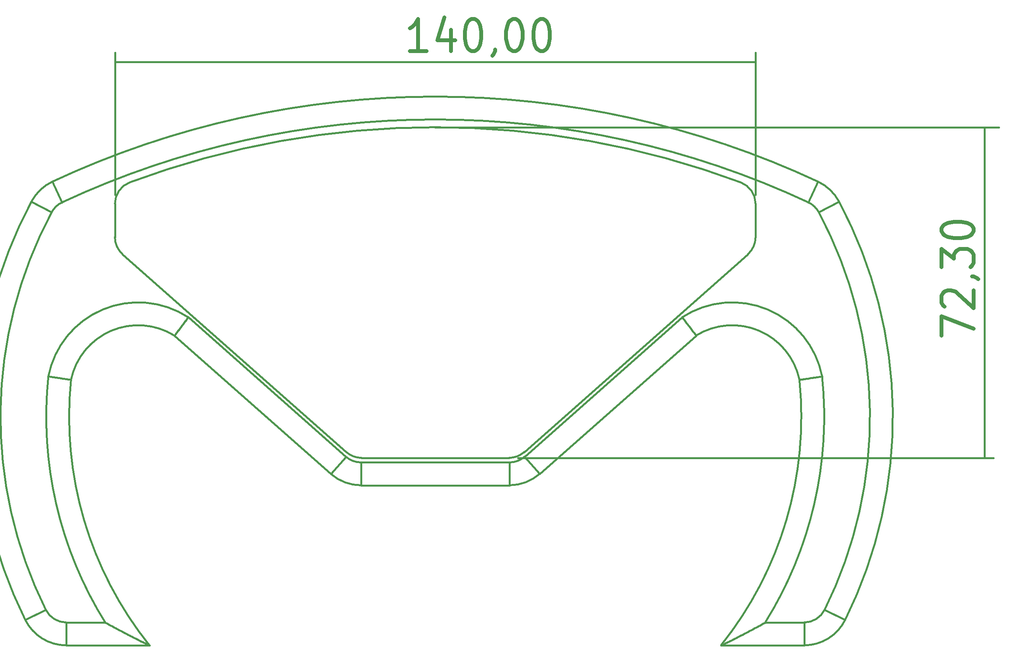
<source format=gbr>
G04 #@! TF.GenerationSoftware,KiCad,Pcbnew,5.1.4*
G04 #@! TF.CreationDate,2019-10-22T01:46:39-03:00*
G04 #@! TF.ProjectId,mswi,6d737769-2e6b-4696-9361-645f70636258,rev?*
G04 #@! TF.SameCoordinates,Original*
G04 #@! TF.FileFunction,Drawing*
%FSLAX46Y46*%
G04 Gerber Fmt 4.6, Leading zero omitted, Abs format (unit mm)*
G04 Created by KiCad (PCBNEW 5.1.4) date 2019-10-22 01:46:39*
%MOMM*%
%LPD*%
G04 APERTURE LIST*
%ADD10C,0.400000*%
%ADD11C,0.875000*%
G04 APERTURE END LIST*
D10*
X164774886Y-121958586D02*
X213669653Y-78686835D01*
X164880118Y-122958586D02*
X199333101Y-92467780D01*
X145355981Y-50910094D02*
X268521177Y-50910094D01*
X225978558Y-164214313D02*
X207805961Y-164214313D01*
X233591275Y-67155490D02*
G75*
G02X234936622Y-158658758I-88235294J-47058823D01*
G01*
X233591275Y-67155490D02*
X229179510Y-69508431D01*
X229003040Y-62802549D02*
G75*
G02X233591275Y-67155490I-4235295J-9058823D01*
G01*
X161566446Y-129214313D02*
X129145515Y-129214313D01*
X229003040Y-62802548D02*
X226885392Y-67331960D01*
X61708922Y-62802548D02*
G75*
G02X229003040Y-62802548I83647059J-178911765D01*
G01*
X161566446Y-124214313D02*
X161566446Y-129214313D01*
X168193790Y-126702858D02*
G75*
G02X161566446Y-129214313I-6627344J7488545D01*
G01*
X61708922Y-62802548D02*
X63826569Y-67331960D01*
X57120687Y-67155489D02*
G75*
G02X61708922Y-62802548I8823529J-4705883D01*
G01*
X234936622Y-158658758D02*
X230457590Y-156436535D01*
X225978558Y-164214313D02*
X225978558Y-159214313D01*
X234936622Y-158658757D02*
G75*
G02X225978558Y-164214313I-8958064J4444444D01*
G01*
X57120687Y-67155490D02*
X61532451Y-69508431D01*
X55775340Y-158658758D02*
G75*
G02X57120687Y-67155490I89580641J44444445D01*
G01*
X129145515Y-129214313D02*
G75*
G02X122518171Y-126702858I0J10000000D01*
G01*
X129145515Y-124214313D02*
X129145515Y-129214313D01*
X55775339Y-158658758D02*
X60254371Y-156436535D01*
X64733404Y-164214313D02*
G75*
G02X55775339Y-158658758I-1J10000000D01*
G01*
X75355981Y-67650509D02*
G75*
G02X78606828Y-62966444I5000000J0D01*
G01*
X78606828Y-62966444D02*
G75*
G02X212105134Y-62966444I66749153J-178747869D01*
G01*
X212105134Y-62966444D02*
G75*
G02X215355981Y-67650509I-1749153J-4684065D01*
G01*
X215355981Y-74942563D02*
X215355981Y-67650509D01*
X215355980Y-74942563D02*
G75*
G02X213669653Y-78686835I-4999999J0D01*
G01*
X164774886Y-121958586D02*
G75*
G02X161461214Y-123214313I-3313672J3744273D01*
G01*
X129250748Y-123214313D02*
X161461214Y-123214313D01*
X129250748Y-123214313D02*
G75*
G02X125937076Y-121958586I0J5000000D01*
G01*
X77042309Y-78686835D02*
X125937076Y-121958586D01*
X77042309Y-78686836D02*
G75*
G02X75355981Y-74942563I3313672J3744273D01*
G01*
X75355981Y-67650509D02*
X75355981Y-74942563D01*
X226885392Y-67331960D02*
G75*
G02X229179510Y-69508431I-2117647J-4529412D01*
G01*
X63826569Y-67331960D02*
G75*
G02X226885392Y-67331960I81529412J-174382353D01*
G01*
X61532451Y-69508431D02*
G75*
G02X63826569Y-67331960I4411765J-2352941D01*
G01*
X60254372Y-156436536D02*
G75*
G02X61532451Y-69508431I85101609J42222223D01*
G01*
X64733403Y-159214313D02*
G75*
G02X60254371Y-156436535I0J5000000D01*
G01*
X129145515Y-124214313D02*
G75*
G02X125831843Y-122958586I0J5000000D01*
G01*
X129145515Y-124214313D02*
X161566446Y-124214313D01*
X164880118Y-122958586D02*
G75*
G02X161566446Y-124214313I-3313672J3744273D01*
G01*
X217467006Y-159214313D02*
X225978558Y-159214313D01*
X230457590Y-156436535D02*
G75*
G02X225978558Y-159214313I-4479032J2222222D01*
G01*
X229179510Y-69508431D02*
G75*
G02X230457590Y-156436535I-83823529J-44705882D01*
G01*
X64733403Y-159214313D02*
X73244955Y-159214313D01*
X64733403Y-164214313D02*
X64733403Y-159214313D01*
X82906001Y-164214313D02*
X64733403Y-164214313D01*
X76047020Y-160738420D02*
X75753268Y-160581474D01*
X75753268Y-160581474D02*
X75491874Y-160441259D01*
X75491874Y-160441259D02*
X75230190Y-160300359D01*
X75230190Y-160300359D02*
X74962729Y-160155804D01*
X74962729Y-160155804D02*
X74700388Y-160013481D01*
X74700388Y-160013481D02*
X74426730Y-159864456D01*
X74426730Y-159864456D02*
X74163630Y-159720637D01*
X74163630Y-159720637D02*
X73900123Y-159576066D01*
X73900123Y-159576066D02*
X73630686Y-159427691D01*
X73630686Y-159427691D02*
X73366291Y-159281555D01*
X73366291Y-159281555D02*
X73244955Y-159214313D01*
X77433769Y-161470364D02*
X77169163Y-161331842D01*
X77169163Y-161331842D02*
X76882500Y-161181168D01*
X76882500Y-161181168D02*
X76606221Y-161035352D01*
X76606221Y-161035352D02*
X76334962Y-160891615D01*
X76334962Y-160891615D02*
X76057893Y-160744216D01*
X76057893Y-160744216D02*
X76047020Y-160738420D01*
X78808049Y-162181131D02*
X78541545Y-162044430D01*
X78541545Y-162044430D02*
X78263088Y-161901015D01*
X78263088Y-161901015D02*
X77983628Y-161756485D01*
X77983628Y-161756485D02*
X77708874Y-161613806D01*
X77708874Y-161613806D02*
X77444560Y-161476001D01*
X77444560Y-161476001D02*
X77433769Y-161470364D01*
X80137142Y-162854710D02*
X79862550Y-162716659D01*
X79862550Y-162716659D02*
X79589863Y-162578991D01*
X79589863Y-162578991D02*
X79303766Y-162433943D01*
X79303766Y-162433943D02*
X79035817Y-162297525D01*
X79035817Y-162297525D02*
X78808049Y-162181131D01*
X80773220Y-163172263D02*
X80487785Y-163030148D01*
X80487785Y-163030148D02*
X80212805Y-162892647D01*
X80212805Y-162892647D02*
X80137142Y-162854710D01*
X81383016Y-163473774D02*
X81106256Y-163337282D01*
X81106256Y-163337282D02*
X80826805Y-163198871D01*
X80826805Y-163198871D02*
X80773220Y-163172263D01*
X81942965Y-163748119D02*
X81666536Y-163612983D01*
X81666536Y-163612983D02*
X81392230Y-163478308D01*
X81392230Y-163478308D02*
X81383016Y-163473774D01*
X82426203Y-163982940D02*
X82154747Y-163851249D01*
X82154747Y-163851249D02*
X81942965Y-163748119D01*
X82773992Y-164150831D02*
X82497692Y-164017525D01*
X82497692Y-164017525D02*
X82426203Y-163982940D01*
X82906001Y-164214313D02*
X82773992Y-164150831D01*
X82906000Y-164214314D02*
G75*
G02X65765671Y-106128360I62449981J50000001D01*
G01*
X73244955Y-159214313D02*
G75*
G02X60816918Y-105374241I72111026J45000000D01*
G01*
X224946290Y-106128360D02*
G75*
G02X207805961Y-164214313I-79590309J-8085953D01*
G01*
X214664942Y-160738420D02*
X214942358Y-160590215D01*
X214942358Y-160590215D02*
X215203735Y-160450042D01*
X215203735Y-160450042D02*
X215465400Y-160309185D01*
X215465400Y-160309185D02*
X215738301Y-160161719D01*
X215738301Y-160161719D02*
X216000630Y-160019426D01*
X216000630Y-160019426D02*
X216268793Y-159873420D01*
X216268793Y-159873420D02*
X216559295Y-159714628D01*
X216559295Y-159714628D02*
X216822820Y-159570025D01*
X216822820Y-159570025D02*
X217081270Y-159427691D01*
X217081270Y-159427691D02*
X217345664Y-159281555D01*
X217345664Y-159281555D02*
X217467006Y-159214313D01*
X213278192Y-161470364D02*
X213542792Y-161331842D01*
X213542792Y-161331842D02*
X213813216Y-161189720D01*
X213813216Y-161189720D02*
X214089471Y-161043952D01*
X214089471Y-161043952D02*
X214355278Y-160903143D01*
X214355278Y-160903143D02*
X214632322Y-160755805D01*
X214632322Y-160755805D02*
X214664942Y-160738420D01*
X211903913Y-162181131D02*
X212170412Y-162044430D01*
X212170412Y-162044430D02*
X212448868Y-161901015D01*
X212448868Y-161901015D02*
X212722946Y-161759274D01*
X212722946Y-161759274D02*
X212986905Y-161622222D01*
X212986905Y-161622222D02*
X213251211Y-161484455D01*
X213251211Y-161484455D02*
X213278192Y-161470364D01*
X210574819Y-162854710D02*
X210849406Y-162716659D01*
X210849406Y-162716659D02*
X211122092Y-162578991D01*
X211122092Y-162578991D02*
X211402962Y-162436599D01*
X211402962Y-162436599D02*
X211676138Y-162297525D01*
X211676138Y-162297525D02*
X211903913Y-162181131D01*
X209938742Y-163172263D02*
X210224170Y-163030148D01*
X210224170Y-163030148D02*
X210499152Y-162892647D01*
X210499152Y-162892647D02*
X210574819Y-162854710D01*
X209328946Y-163473774D02*
X209605700Y-163337282D01*
X209605700Y-163337282D02*
X209875425Y-163203698D01*
X209875425Y-163203698D02*
X209938742Y-163172263D01*
X208768996Y-163748119D02*
X209049807Y-163610835D01*
X209049807Y-163610835D02*
X209319730Y-163478308D01*
X209319730Y-163478308D02*
X209328946Y-163473774D01*
X208285758Y-163982940D02*
X208557208Y-163851249D01*
X208557208Y-163851249D02*
X208768996Y-163748119D01*
X207937969Y-164150831D02*
X208214264Y-164017525D01*
X208214264Y-164017525D02*
X208285758Y-163982940D01*
X207805961Y-164214313D02*
X207937969Y-164150831D01*
X229895044Y-105374242D02*
G75*
G02X217467006Y-159214313I-84539063J-8840071D01*
G01*
X164880118Y-122958586D02*
X168193791Y-126702858D01*
X202353087Y-96471964D02*
X168193791Y-126702858D01*
X199631829Y-92859933D02*
X199449600Y-92620631D01*
X199449600Y-92620631D02*
X199333101Y-92467780D01*
X199927140Y-93248349D02*
X199752249Y-93018230D01*
X199752249Y-93018230D02*
X199631829Y-92859933D01*
X200494883Y-93997293D02*
X200313315Y-93757452D01*
X200313315Y-93757452D02*
X200135860Y-93523338D01*
X200135860Y-93523338D02*
X199954615Y-93284524D01*
X199954615Y-93284524D02*
X199927140Y-93248349D01*
X201016945Y-94688721D02*
X200835300Y-94447837D01*
X200835300Y-94447837D02*
X200654969Y-94209026D01*
X200654969Y-94209026D02*
X200494883Y-93997293D01*
X201472328Y-95294163D02*
X201289713Y-95051102D01*
X201289713Y-95051102D02*
X201115772Y-94819926D01*
X201115772Y-94819926D02*
X201016945Y-94688721D01*
X201847364Y-95794532D02*
X201665105Y-95551162D01*
X201665105Y-95551162D02*
X201491779Y-95320074D01*
X201491779Y-95320074D02*
X201472328Y-95294163D01*
X202124191Y-96164951D02*
X201949350Y-95930890D01*
X201949350Y-95930890D02*
X201847364Y-95794532D01*
X202224045Y-96298800D02*
X202124191Y-96164951D01*
X202295483Y-96394638D02*
X202224045Y-96298800D01*
X202353087Y-96471964D02*
X202295483Y-96394638D01*
X202353087Y-96471964D02*
G75*
G02X224946290Y-106128360I7914072J-12742349D01*
G01*
X229408018Y-105447305D02*
X229788954Y-105390138D01*
X229788954Y-105390138D02*
X229895043Y-105374241D01*
X228925880Y-105519850D02*
X229279404Y-105466633D01*
X229279404Y-105466633D02*
X229408018Y-105447305D01*
X227997794Y-105660136D02*
X228366686Y-105604269D01*
X228366686Y-105604269D02*
X228732234Y-105549047D01*
X228732234Y-105549047D02*
X228925880Y-105519850D01*
X227142473Y-105790231D02*
X227493212Y-105736783D01*
X227493212Y-105736783D02*
X227859110Y-105681173D01*
X227859110Y-105681173D02*
X227997794Y-105660136D01*
X226395230Y-105904578D02*
X226764735Y-105847947D01*
X226764735Y-105847947D02*
X227129816Y-105792161D01*
X227129816Y-105792161D02*
X227142473Y-105790231D01*
X225778811Y-105999432D02*
X226127416Y-105945725D01*
X226127416Y-105945725D02*
X226395230Y-105904578D01*
X225323289Y-106069854D02*
X225672856Y-106015784D01*
X225672856Y-106015784D02*
X225778811Y-105999432D01*
X225158862Y-106095346D02*
X225323289Y-106069854D01*
X225041197Y-106113612D02*
X225158862Y-106095346D01*
X224946290Y-106128360D02*
X225041197Y-106113612D01*
X199333100Y-92467780D02*
G75*
G02X229895043Y-105374241I10934059J-16746533D01*
G01*
X122518171Y-126702858D02*
X88358875Y-96471964D01*
X125831843Y-122958586D02*
X122518171Y-126702858D01*
X91378861Y-92467780D02*
X125831843Y-122958586D01*
X61303943Y-105447305D02*
X60923002Y-105390138D01*
X60923002Y-105390138D02*
X60816918Y-105374241D01*
X61786082Y-105519850D02*
X61432553Y-105466633D01*
X61432553Y-105466633D02*
X61303943Y-105447305D01*
X62714167Y-105660136D02*
X62345272Y-105604269D01*
X62345272Y-105604269D02*
X61979724Y-105549047D01*
X61979724Y-105549047D02*
X61786082Y-105519850D01*
X63569488Y-105790231D02*
X63198780Y-105733745D01*
X63198780Y-105733745D02*
X62839041Y-105679078D01*
X62839041Y-105679078D02*
X62714167Y-105660136D01*
X64316731Y-105904578D02*
X63947222Y-105847947D01*
X63947222Y-105847947D02*
X63582143Y-105792161D01*
X63582143Y-105792161D02*
X63569488Y-105790231D01*
X64933150Y-105999432D02*
X64584541Y-105945725D01*
X64584541Y-105945725D02*
X64316731Y-105904578D01*
X65388672Y-106069854D02*
X65039101Y-106015784D01*
X65039101Y-106015784D02*
X64933150Y-105999432D01*
X65553100Y-106095346D02*
X65388672Y-106069854D01*
X65670765Y-106113612D02*
X65553100Y-106095346D01*
X65765671Y-106128360D02*
X65670765Y-106113612D01*
X65765671Y-106128359D02*
G75*
G02X88358875Y-96471964I14679131J-3085954D01*
G01*
X91080133Y-92859933D02*
X91262358Y-92620631D01*
X91262358Y-92620631D02*
X91378861Y-92467780D01*
X90784821Y-93248349D02*
X90959708Y-93018230D01*
X90959708Y-93018230D02*
X91080133Y-92859933D01*
X90217079Y-93997293D02*
X90398641Y-93757452D01*
X90398641Y-93757452D02*
X90576098Y-93523338D01*
X90576098Y-93523338D02*
X90757344Y-93284524D01*
X90757344Y-93284524D02*
X90784821Y-93248349D01*
X89695016Y-94688721D02*
X89876656Y-94447837D01*
X89876656Y-94447837D02*
X90056987Y-94209026D01*
X90056987Y-94209026D02*
X90217079Y-93997293D01*
X89239633Y-95294163D02*
X89422242Y-95051102D01*
X89422242Y-95051102D02*
X89596183Y-94819926D01*
X89596183Y-94819926D02*
X89695016Y-94688721D01*
X88864597Y-95794532D02*
X89052759Y-95543282D01*
X89052759Y-95543282D02*
X89233129Y-95302825D01*
X89233129Y-95302825D02*
X89239633Y-95294163D01*
X88587771Y-96164951D02*
X88771849Y-95918525D01*
X88771849Y-95918525D02*
X88864597Y-95794532D01*
X88487917Y-96298800D02*
X88587771Y-96164951D01*
X88416478Y-96394638D02*
X88487917Y-96298800D01*
X88358875Y-96471964D02*
X88416478Y-96394638D01*
X60816918Y-105374241D02*
G75*
G02X91378861Y-92467780I19627884J-3840072D01*
G01*
D11*
X143423083Y-34244399D02*
X139823083Y-34244399D01*
X141623083Y-34244399D02*
X141623083Y-27244399D01*
X141023083Y-28244399D01*
X140423083Y-28911066D01*
X139823083Y-29244399D01*
X148823083Y-29577733D02*
X148823083Y-34244399D01*
X147323083Y-26911066D02*
X145823083Y-31911066D01*
X149723083Y-31911066D01*
X153323083Y-27244399D02*
X153923083Y-27244399D01*
X154523083Y-27577733D01*
X154823083Y-27911066D01*
X155123083Y-28577733D01*
X155423083Y-29911066D01*
X155423083Y-31577733D01*
X155123083Y-32911066D01*
X154823083Y-33577733D01*
X154523083Y-33911066D01*
X153923083Y-34244399D01*
X153323083Y-34244399D01*
X152723083Y-33911066D01*
X152423083Y-33577733D01*
X152123083Y-32911066D01*
X151823083Y-31577733D01*
X151823083Y-29911066D01*
X152123083Y-28577733D01*
X152423083Y-27911066D01*
X152723083Y-27577733D01*
X153323083Y-27244399D01*
X158423083Y-33911066D02*
X158423083Y-34244399D01*
X158123083Y-34911066D01*
X157823083Y-35244399D01*
X162323083Y-27244399D02*
X162923083Y-27244399D01*
X163523083Y-27577733D01*
X163823083Y-27911066D01*
X164123083Y-28577733D01*
X164423083Y-29911066D01*
X164423083Y-31577733D01*
X164123083Y-32911066D01*
X163823083Y-33577733D01*
X163523083Y-33911066D01*
X162923083Y-34244399D01*
X162323083Y-34244399D01*
X161723083Y-33911066D01*
X161423083Y-33577733D01*
X161123083Y-32911066D01*
X160823083Y-31577733D01*
X160823083Y-29911066D01*
X161123083Y-28577733D01*
X161423083Y-27911066D01*
X161723083Y-27577733D01*
X162323083Y-27244399D01*
X168323083Y-27244399D02*
X168923083Y-27244399D01*
X169523083Y-27577733D01*
X169823083Y-27911066D01*
X170123083Y-28577733D01*
X170423083Y-29911066D01*
X170423083Y-31577733D01*
X170123083Y-32911066D01*
X169823083Y-33577733D01*
X169523083Y-33911066D01*
X168923083Y-34244399D01*
X168323083Y-34244399D01*
X167723083Y-33911066D01*
X167423083Y-33577733D01*
X167123083Y-32911066D01*
X166823083Y-31577733D01*
X166823083Y-29911066D01*
X167123083Y-28577733D01*
X167423083Y-27911066D01*
X167723083Y-27577733D01*
X168323083Y-27244399D01*
D10*
X75355981Y-36601207D02*
X215355981Y-36601207D01*
X215355981Y-65650509D02*
X215355981Y-34601207D01*
X75355981Y-65650509D02*
X75355981Y-34601207D01*
D11*
X255999173Y-96461720D02*
X255999173Y-92261720D01*
X262999173Y-94961720D01*
X256665840Y-90161720D02*
X256332507Y-89861720D01*
X255999173Y-89261720D01*
X255999173Y-87761720D01*
X256332507Y-87161720D01*
X256665840Y-86861720D01*
X257332507Y-86561720D01*
X257999173Y-86561720D01*
X258999173Y-86861720D01*
X262999173Y-90461720D01*
X262999173Y-86561720D01*
X262665840Y-83561720D02*
X262999173Y-83561720D01*
X263665840Y-83861720D01*
X263999173Y-84161720D01*
X255999173Y-81461720D02*
X255999173Y-77561720D01*
X258665840Y-79661720D01*
X258665840Y-78761720D01*
X258999173Y-78161720D01*
X259332507Y-77861720D01*
X259999173Y-77561720D01*
X261665840Y-77561720D01*
X262332507Y-77861720D01*
X262665840Y-78161720D01*
X262999173Y-78761720D01*
X262999173Y-80561720D01*
X262665840Y-81161720D01*
X262332507Y-81461720D01*
X255999173Y-73661720D02*
X255999173Y-73061720D01*
X256332507Y-72461720D01*
X256665840Y-72161720D01*
X257332507Y-71861720D01*
X258665840Y-71561720D01*
X260332507Y-71561720D01*
X261665840Y-71861720D01*
X262332507Y-72161720D01*
X262665840Y-72461720D01*
X262999173Y-73061720D01*
X262999173Y-73661720D01*
X262665840Y-74261720D01*
X262332507Y-74561720D01*
X261665840Y-74861720D01*
X260332507Y-75161720D01*
X258665840Y-75161720D01*
X257332507Y-74861720D01*
X256665840Y-74561720D01*
X256332507Y-74261720D01*
X255999173Y-73661720D01*
D10*
X265355981Y-50910094D02*
X265355981Y-123214313D01*
X163461214Y-123214313D02*
X267355981Y-123214313D01*
M02*

</source>
